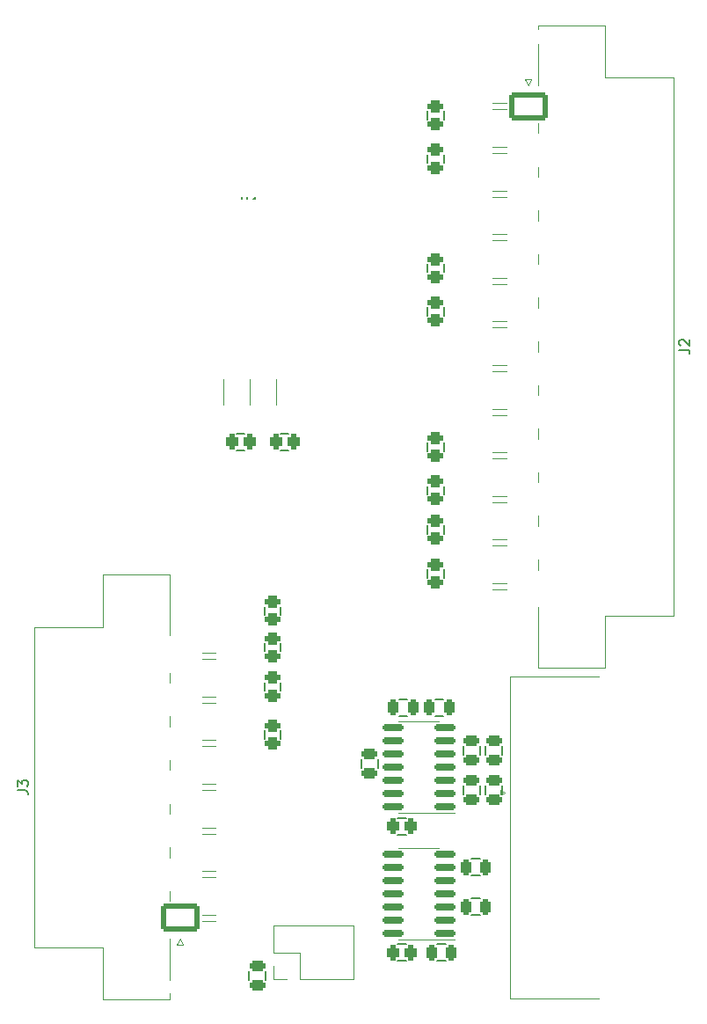
<source format=gto>
G04 #@! TF.GenerationSoftware,KiCad,Pcbnew,(6.0.2-0)*
G04 #@! TF.CreationDate,2022-04-21T23:08:48-04:00*
G04 #@! TF.ProjectId,SEPowerAdapter,5345506f-7765-4724-9164-61707465722e,rev?*
G04 #@! TF.SameCoordinates,Original*
G04 #@! TF.FileFunction,Legend,Top*
G04 #@! TF.FilePolarity,Positive*
%FSLAX46Y46*%
G04 Gerber Fmt 4.6, Leading zero omitted, Abs format (unit mm)*
G04 Created by KiCad (PCBNEW (6.0.2-0)) date 2022-04-21 23:08:48*
%MOMM*%
%LPD*%
G01*
G04 APERTURE LIST*
G04 Aperture macros list*
%AMRoundRect*
0 Rectangle with rounded corners*
0 $1 Rounding radius*
0 $2 $3 $4 $5 $6 $7 $8 $9 X,Y pos of 4 corners*
0 Add a 4 corners polygon primitive as box body*
4,1,4,$2,$3,$4,$5,$6,$7,$8,$9,$2,$3,0*
0 Add four circle primitives for the rounded corners*
1,1,$1+$1,$2,$3*
1,1,$1+$1,$4,$5*
1,1,$1+$1,$6,$7*
1,1,$1+$1,$8,$9*
0 Add four rect primitives between the rounded corners*
20,1,$1+$1,$2,$3,$4,$5,0*
20,1,$1+$1,$4,$5,$6,$7,0*
20,1,$1+$1,$6,$7,$8,$9,0*
20,1,$1+$1,$8,$9,$2,$3,0*%
G04 Aperture macros list end*
%ADD10C,0.150000*%
%ADD11C,0.120000*%
%ADD12C,0.152400*%
%ADD13C,3.200000*%
%ADD14RoundRect,0.250001X1.599999X-1.099999X1.599999X1.099999X-1.599999X1.099999X-1.599999X-1.099999X0*%
%ADD15O,3.700000X2.700000*%
%ADD16O,3.500000X3.500000*%
%ADD17R,1.905000X2.000000*%
%ADD18O,1.905000X2.000000*%
%ADD19RoundRect,0.312500X-0.262500X-0.437500X0.262500X-0.437500X0.262500X0.437500X-0.262500X0.437500X0*%
%ADD20RoundRect,0.262500X-0.487500X0.212500X-0.487500X-0.212500X0.487500X-0.212500X0.487500X0.212500X0*%
%ADD21C,1.448000*%
%ADD22RoundRect,0.312500X-0.437500X0.262500X-0.437500X-0.262500X0.437500X-0.262500X0.437500X0.262500X0*%
%ADD23RoundRect,0.262500X0.212500X0.487500X-0.212500X0.487500X-0.212500X-0.487500X0.212500X-0.487500X0*%
%ADD24RoundRect,0.250001X-1.599999X1.099999X-1.599999X-1.099999X1.599999X-1.099999X1.599999X1.099999X0*%
%ADD25RoundRect,0.312500X0.437500X-0.262500X0.437500X0.262500X-0.437500X0.262500X-0.437500X-0.262500X0*%
%ADD26RoundRect,0.262500X-0.212500X-0.487500X0.212500X-0.487500X0.212500X0.487500X-0.212500X0.487500X0*%
%ADD27RoundRect,0.200000X0.825000X0.150000X-0.825000X0.150000X-0.825000X-0.150000X0.825000X-0.150000X0*%
%ADD28C,4.000000*%
%ADD29R,1.600000X1.600000*%
%ADD30C,1.600000*%
%ADD31R,1.700000X1.700000*%
%ADD32O,1.700000X1.700000*%
%ADD33RoundRect,0.312500X0.262500X0.437500X-0.262500X0.437500X-0.262500X-0.437500X0.262500X-0.437500X0*%
G04 APERTURE END LIST*
D10*
X69252380Y-172233333D02*
X69966666Y-172233333D01*
X70109523Y-172280952D01*
X70204761Y-172376190D01*
X70252380Y-172519047D01*
X70252380Y-172614285D01*
X69252380Y-171852380D02*
X69252380Y-171233333D01*
X69633333Y-171566666D01*
X69633333Y-171423809D01*
X69680952Y-171328571D01*
X69728571Y-171280952D01*
X69823809Y-171233333D01*
X70061904Y-171233333D01*
X70157142Y-171280952D01*
X70204761Y-171328571D01*
X70252380Y-171423809D01*
X70252380Y-171709523D01*
X70204761Y-171804761D01*
X70157142Y-171852380D01*
X90805095Y-115143380D02*
X90805095Y-115952904D01*
X90852714Y-116048142D01*
X90900333Y-116095761D01*
X90995571Y-116143380D01*
X91186047Y-116143380D01*
X91281285Y-116095761D01*
X91328904Y-116048142D01*
X91376523Y-115952904D01*
X91376523Y-115143380D01*
X92376523Y-116143380D02*
X91805095Y-116143380D01*
X92090809Y-116143380D02*
X92090809Y-115143380D01*
X91995571Y-115286238D01*
X91900333Y-115381476D01*
X91805095Y-115429095D01*
X132952380Y-129833333D02*
X133666666Y-129833333D01*
X133809523Y-129880952D01*
X133904761Y-129976190D01*
X133952380Y-130119047D01*
X133952380Y-130214285D01*
X133047619Y-129404761D02*
X133000000Y-129357142D01*
X132952380Y-129261904D01*
X132952380Y-129023809D01*
X133000000Y-128928571D01*
X133047619Y-128880952D01*
X133142857Y-128833333D01*
X133238095Y-128833333D01*
X133380952Y-128880952D01*
X133952380Y-129452380D01*
X133952380Y-128833333D01*
D11*
X83900000Y-174490000D02*
X83900000Y-173510000D01*
X77490000Y-192310000D02*
X83910000Y-192310000D01*
X83900000Y-170290000D02*
X83900000Y-169310000D01*
X70890000Y-171900000D02*
X70890000Y-156490000D01*
X77490000Y-156490000D02*
X77490000Y-151490000D01*
X77490000Y-187310000D02*
X77490000Y-192310000D01*
X87010000Y-167400000D02*
X88290000Y-167400000D01*
X70890000Y-187310000D02*
X77490000Y-187310000D01*
X87010000Y-184800000D02*
X88290000Y-184800000D01*
X87010000Y-163800000D02*
X88290000Y-163800000D01*
X87010000Y-176400000D02*
X88290000Y-176400000D01*
X87010000Y-163200000D02*
X88290000Y-163200000D01*
X83910000Y-192310000D02*
X83910000Y-186500000D01*
X83900000Y-166090000D02*
X83900000Y-165110000D01*
X84600000Y-187100000D02*
X84900000Y-186500000D01*
X87010000Y-184200000D02*
X88290000Y-184200000D01*
X87010000Y-175800000D02*
X88290000Y-175800000D01*
X84900000Y-186500000D02*
X85200000Y-187100000D01*
X87010000Y-171600000D02*
X88290000Y-171600000D01*
X70890000Y-171900000D02*
X70890000Y-187310000D01*
X87010000Y-159000000D02*
X88290000Y-159000000D01*
X83900000Y-178690000D02*
X83900000Y-177710000D01*
X87010000Y-180600000D02*
X88290000Y-180600000D01*
X87010000Y-172200000D02*
X88290000Y-172200000D01*
X83910000Y-151490000D02*
X83910000Y-157300000D01*
X83900000Y-182890000D02*
X83900000Y-181910000D01*
X77490000Y-151490000D02*
X83910000Y-151490000D01*
X83900000Y-161890000D02*
X83900000Y-160910000D01*
X70890000Y-156490000D02*
X77490000Y-156490000D01*
X87010000Y-159600000D02*
X88290000Y-159600000D01*
X87010000Y-168000000D02*
X88290000Y-168000000D01*
X87010000Y-180000000D02*
X88290000Y-180000000D01*
X85200000Y-187100000D02*
X84600000Y-187100000D01*
X86447000Y-116691000D02*
X86447000Y-132581000D01*
X86447000Y-116691000D02*
X96687000Y-116691000D01*
X96687000Y-116691000D02*
X96687000Y-132581000D01*
X86447000Y-132581000D02*
X96687000Y-132581000D01*
X91567000Y-132581000D02*
X91567000Y-135121000D01*
X94107000Y-132581000D02*
X94107000Y-135121000D01*
X89027000Y-132581000D02*
X89027000Y-135121000D01*
D12*
X105853600Y-176504500D02*
X106666400Y-176504500D01*
X105853600Y-174904500D02*
X106666400Y-174904500D01*
X93129000Y-189646600D02*
X93129000Y-190459400D01*
X91529000Y-189646600D02*
X91529000Y-190459400D01*
X103924000Y-169263100D02*
X103924000Y-170075900D01*
X102324000Y-169263100D02*
X102324000Y-170075900D01*
X108700000Y-146743600D02*
X108700000Y-147556400D01*
X110300000Y-146743600D02*
X110300000Y-147556400D01*
X110258900Y-165074500D02*
X109446100Y-165074500D01*
X110258900Y-163474500D02*
X109446100Y-163474500D01*
X110300000Y-125743600D02*
X110300000Y-126556400D01*
X108700000Y-125743600D02*
X108700000Y-126556400D01*
X105853600Y-188633000D02*
X106666400Y-188633000D01*
X105853600Y-187033000D02*
X106666400Y-187033000D01*
D11*
X119400000Y-137410000D02*
X119400000Y-138390000D01*
X116290000Y-139700000D02*
X115010000Y-139700000D01*
X116290000Y-106700000D02*
X115010000Y-106700000D01*
X116290000Y-143900000D02*
X115010000Y-143900000D01*
X119400000Y-145810000D02*
X119400000Y-146790000D01*
X119400000Y-108010000D02*
X119400000Y-108990000D01*
X119400000Y-133210000D02*
X119400000Y-134190000D01*
X116290000Y-131900000D02*
X115010000Y-131900000D01*
X119400000Y-116410000D02*
X119400000Y-117390000D01*
X116290000Y-131300000D02*
X115010000Y-131300000D01*
X132410000Y-155410000D02*
X125810000Y-155410000D01*
X116290000Y-118700000D02*
X115010000Y-118700000D01*
X116290000Y-127700000D02*
X115010000Y-127700000D01*
X116290000Y-135500000D02*
X115010000Y-135500000D01*
X116290000Y-152900000D02*
X115010000Y-152900000D01*
X116290000Y-148100000D02*
X115010000Y-148100000D01*
X118400000Y-104400000D02*
X118100000Y-103800000D01*
X132410000Y-129500000D02*
X132410000Y-103590000D01*
X119400000Y-120610000D02*
X119400000Y-121590000D01*
X132410000Y-103590000D02*
X125810000Y-103590000D01*
X132410000Y-129500000D02*
X132410000Y-155410000D01*
X116290000Y-127100000D02*
X115010000Y-127100000D01*
X125810000Y-103590000D02*
X125810000Y-98590000D01*
X116290000Y-122900000D02*
X115010000Y-122900000D01*
X116290000Y-110300000D02*
X115010000Y-110300000D01*
X118100000Y-103800000D02*
X118700000Y-103800000D01*
X116290000Y-144500000D02*
X115010000Y-144500000D01*
X119400000Y-141610000D02*
X119400000Y-142590000D01*
X116290000Y-119300000D02*
X115010000Y-119300000D01*
X116290000Y-114500000D02*
X115010000Y-114500000D01*
X116290000Y-136100000D02*
X115010000Y-136100000D01*
X125810000Y-160410000D02*
X119390000Y-160410000D01*
X116290000Y-115100000D02*
X115010000Y-115100000D01*
X119400000Y-129010000D02*
X119400000Y-129990000D01*
X116290000Y-123500000D02*
X115010000Y-123500000D01*
X119400000Y-112210000D02*
X119400000Y-113190000D01*
X118700000Y-103800000D02*
X118400000Y-104400000D01*
X116290000Y-110900000D02*
X115010000Y-110900000D01*
X125810000Y-98590000D02*
X119390000Y-98590000D01*
X116290000Y-152300000D02*
X115010000Y-152300000D01*
X119390000Y-160410000D02*
X119390000Y-154600000D01*
X116290000Y-106100000D02*
X115010000Y-106100000D01*
X116290000Y-140300000D02*
X115010000Y-140300000D01*
X116290000Y-148700000D02*
X115010000Y-148700000D01*
X119400000Y-124810000D02*
X119400000Y-125790000D01*
X119400000Y-150010000D02*
X119400000Y-150990000D01*
X125810000Y-155410000D02*
X125810000Y-160410000D01*
X119390000Y-98590000D02*
X119390000Y-104400000D01*
D12*
X93000000Y-158856400D02*
X93000000Y-158043600D01*
X94600000Y-158856400D02*
X94600000Y-158043600D01*
X93000000Y-154543599D02*
X93000000Y-155356399D01*
X94600000Y-154543599D02*
X94600000Y-155356399D01*
X108700000Y-143756400D02*
X108700000Y-142943600D01*
X110300000Y-143756400D02*
X110300000Y-142943600D01*
X93000000Y-162656400D02*
X93000000Y-161843600D01*
X94600000Y-162656400D02*
X94600000Y-161843600D01*
X105953600Y-163474500D02*
X106766400Y-163474500D01*
X105953600Y-165074500D02*
X106766400Y-165074500D01*
X112941100Y-180441500D02*
X113753900Y-180441500D01*
X112941100Y-178841500D02*
X113753900Y-178841500D01*
X113766500Y-167993100D02*
X113766500Y-168805900D01*
X112166500Y-167993100D02*
X112166500Y-168805900D01*
X110300000Y-111856400D02*
X110300000Y-111043600D01*
X108700000Y-111856400D02*
X108700000Y-111043600D01*
X90310600Y-137884000D02*
X91123400Y-137884000D01*
X90310600Y-139484000D02*
X91123400Y-139484000D01*
X114325500Y-171808100D02*
X114325500Y-172620900D01*
X115925500Y-171808100D02*
X115925500Y-172620900D01*
D11*
X107886500Y-177756500D02*
X105936500Y-177756500D01*
X107886500Y-186606500D02*
X105936500Y-186606500D01*
X107886500Y-177756500D02*
X109836500Y-177756500D01*
X107886500Y-186606500D02*
X111336500Y-186606500D01*
X115735331Y-172700000D02*
X115735331Y-172200000D01*
X116629669Y-192250000D02*
X116629669Y-161280000D01*
X116629669Y-161280000D02*
X125229669Y-161280000D01*
X116168344Y-172450000D02*
X115735331Y-172700000D01*
X115735331Y-172200000D02*
X116168344Y-172450000D01*
X125229669Y-192250000D02*
X116629669Y-192250000D01*
D12*
X115925500Y-167998100D02*
X115925500Y-168810900D01*
X114325500Y-167998100D02*
X114325500Y-168810900D01*
D11*
X96456500Y-190433000D02*
X96456500Y-187833000D01*
X93856500Y-187833000D02*
X93856500Y-185233000D01*
X93856500Y-185233000D02*
X101596500Y-185233000D01*
X96456500Y-190433000D02*
X101596500Y-190433000D01*
X101596500Y-190433000D02*
X101596500Y-185233000D01*
X93856500Y-190433000D02*
X93856500Y-189103000D01*
X95186500Y-190433000D02*
X93856500Y-190433000D01*
X96456500Y-187833000D02*
X93856500Y-187833000D01*
D12*
X113766500Y-171803100D02*
X113766500Y-172615900D01*
X112166500Y-171803100D02*
X112166500Y-172615900D01*
X112941100Y-182651500D02*
X113753900Y-182651500D01*
X112941100Y-184251500D02*
X113753900Y-184251500D01*
X110449400Y-188633000D02*
X109636600Y-188633000D01*
X110449400Y-187033000D02*
X109636600Y-187033000D01*
X94600000Y-167256400D02*
X94600000Y-166443600D01*
X93000000Y-167256400D02*
X93000000Y-166443600D01*
X95363400Y-139484000D02*
X94550600Y-139484000D01*
X95363400Y-137884000D02*
X94550600Y-137884000D01*
X108700000Y-106843600D02*
X108700000Y-107656400D01*
X110300000Y-106843600D02*
X110300000Y-107656400D01*
X110300000Y-121543600D02*
X110300000Y-122356400D01*
X108700000Y-121543600D02*
X108700000Y-122356400D01*
X110300000Y-139556400D02*
X110300000Y-138743600D01*
X108700000Y-139556400D02*
X108700000Y-138743600D01*
X108700000Y-150943600D02*
X108700000Y-151756400D01*
X110300000Y-150943600D02*
X110300000Y-151756400D01*
D11*
X107886500Y-174414500D02*
X105936500Y-174414500D01*
X107886500Y-165564500D02*
X105936500Y-165564500D01*
X107886500Y-165564500D02*
X109836500Y-165564500D01*
X107886500Y-174414500D02*
X111336500Y-174414500D01*
%LPC*%
D10*
X85280500Y-115506500D02*
X97853500Y-115506500D01*
X97853500Y-115506500D02*
X97853500Y-132588000D01*
X97853500Y-132588000D02*
X85280500Y-132588000D01*
X85280500Y-132588000D02*
X85280500Y-115506500D01*
G36*
X85280500Y-115506500D02*
G01*
X97853500Y-115506500D01*
X97853500Y-132588000D01*
X85280500Y-132588000D01*
X85280500Y-115506500D01*
G37*
D13*
X80700000Y-154800000D03*
X80700000Y-189000000D03*
D14*
X84900000Y-184500000D03*
D15*
X84900000Y-180300000D03*
X84900000Y-176100000D03*
X84900000Y-171900000D03*
X84900000Y-167700000D03*
X84900000Y-163500000D03*
X84900000Y-159300000D03*
X90400000Y-184500000D03*
X90400000Y-180300000D03*
X90400000Y-176100000D03*
X90400000Y-171900000D03*
X90400000Y-167700000D03*
X90400000Y-163500000D03*
X90400000Y-159300000D03*
D16*
X91567000Y-119611000D03*
D17*
X89027000Y-136271000D03*
D18*
X91567000Y-136271000D03*
X94107000Y-136271000D03*
D19*
X105410000Y-175704500D03*
X107110000Y-175704500D03*
D20*
X92329000Y-189103000D03*
X92329000Y-191003000D03*
D21*
X80327500Y-100838000D03*
D20*
X103124000Y-168719500D03*
X103124000Y-170619500D03*
D22*
X109500000Y-146300000D03*
X109500000Y-148000000D03*
D23*
X110802500Y-164274500D03*
X108902500Y-164274500D03*
D22*
X109500000Y-125300000D03*
X109500000Y-127000000D03*
D19*
X105410000Y-187833000D03*
X107110000Y-187833000D03*
D13*
X122600000Y-101900000D03*
X122600000Y-157100000D03*
D24*
X118400000Y-106400000D03*
D15*
X118400000Y-110600000D03*
X118400000Y-114800000D03*
X118400000Y-119000000D03*
X118400000Y-123200000D03*
X118400000Y-127400000D03*
X118400000Y-131600000D03*
X118400000Y-135800000D03*
X118400000Y-140000000D03*
X118400000Y-144200000D03*
X118400000Y-148400000D03*
X118400000Y-152600000D03*
X112900000Y-106400000D03*
X112900000Y-110600000D03*
X112900000Y-114800000D03*
X112900000Y-119000000D03*
X112900000Y-123200000D03*
X112900000Y-127400000D03*
X112900000Y-131600000D03*
X112900000Y-135800000D03*
X112900000Y-140000000D03*
X112900000Y-144200000D03*
X112900000Y-148400000D03*
X112900000Y-152600000D03*
D25*
X93800000Y-159300000D03*
X93800000Y-157600000D03*
D22*
X93800000Y-154099999D03*
X93800000Y-155799999D03*
D25*
X109500000Y-144200000D03*
X109500000Y-142500000D03*
X93800000Y-163100000D03*
X93800000Y-161400000D03*
D21*
X83439000Y-191135000D03*
D26*
X105410000Y-164274500D03*
X107310000Y-164274500D03*
X112397500Y-179641500D03*
X114297500Y-179641500D03*
D20*
X112966500Y-167449500D03*
X112966500Y-169349500D03*
D25*
X109500000Y-112300000D03*
X109500000Y-110600000D03*
D21*
X119570500Y-99758500D03*
D19*
X89867000Y-138684000D03*
X91567000Y-138684000D03*
D20*
X115125500Y-171264500D03*
X115125500Y-173164500D03*
D27*
X110361500Y-185991500D03*
X110361500Y-184721500D03*
X110361500Y-183451500D03*
X110361500Y-182181500D03*
X110361500Y-180911500D03*
X110361500Y-179641500D03*
X110361500Y-178371500D03*
X105411500Y-178371500D03*
X105411500Y-179641500D03*
X105411500Y-180911500D03*
X105411500Y-182181500D03*
X105411500Y-183451500D03*
X105411500Y-184721500D03*
X105411500Y-185991500D03*
D28*
X120349669Y-164265000D03*
X120349669Y-189265000D03*
D29*
X118299669Y-172450000D03*
D30*
X118299669Y-174740000D03*
X118299669Y-177030000D03*
X118299669Y-179320000D03*
X118299669Y-181610000D03*
X120279669Y-171305000D03*
X120279669Y-173595000D03*
X120279669Y-175885000D03*
X120279669Y-178175000D03*
X120279669Y-180465000D03*
X122259669Y-172450000D03*
X122259669Y-174740000D03*
X122259669Y-177030000D03*
X122259669Y-179320000D03*
X122259669Y-181610000D03*
D20*
X115125500Y-167454500D03*
X115125500Y-169354500D03*
D31*
X95186500Y-189103000D03*
D32*
X95186500Y-186563000D03*
X97726500Y-189103000D03*
X97726500Y-186563000D03*
X100266500Y-189103000D03*
X100266500Y-186563000D03*
D20*
X112966500Y-171259500D03*
X112966500Y-173159500D03*
D21*
X123952000Y-189293500D03*
D26*
X112397500Y-183451500D03*
X114297500Y-183451500D03*
D23*
X110993000Y-187833000D03*
X109093000Y-187833000D03*
D25*
X93800000Y-167700000D03*
X93800000Y-166000000D03*
D33*
X95807000Y-138684000D03*
X94107000Y-138684000D03*
D22*
X109500000Y-106400000D03*
X109500000Y-108100000D03*
X109500000Y-121100000D03*
X109500000Y-122800000D03*
D25*
X109500000Y-140000000D03*
X109500000Y-138300000D03*
D22*
X109500000Y-150500000D03*
X109500000Y-152200000D03*
D27*
X110361500Y-173799500D03*
X110361500Y-172529500D03*
X110361500Y-171259500D03*
X110361500Y-169989500D03*
X110361500Y-168719500D03*
X110361500Y-167449500D03*
X110361500Y-166179500D03*
X105411500Y-166179500D03*
X105411500Y-167449500D03*
X105411500Y-168719500D03*
X105411500Y-169989500D03*
X105411500Y-171259500D03*
X105411500Y-172529500D03*
X105411500Y-173799500D03*
M02*

</source>
